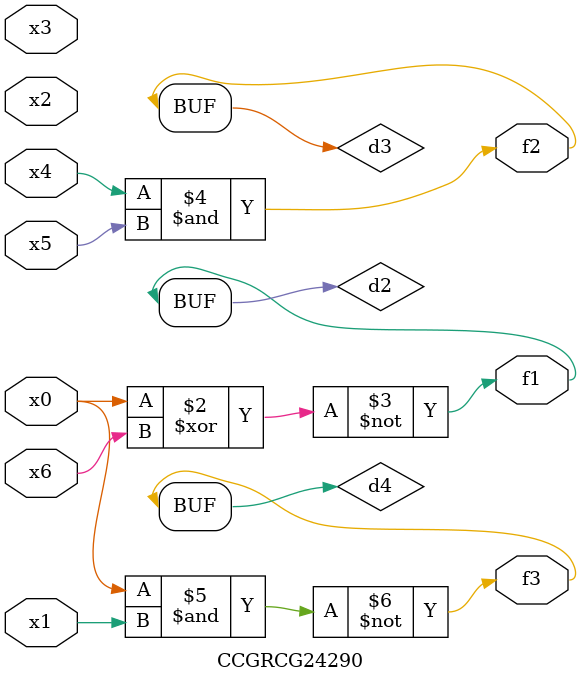
<source format=v>
module CCGRCG24290(
	input x0, x1, x2, x3, x4, x5, x6,
	output f1, f2, f3
);

	wire d1, d2, d3, d4;

	nor (d1, x0);
	xnor (d2, x0, x6);
	and (d3, x4, x5);
	nand (d4, x0, x1);
	assign f1 = d2;
	assign f2 = d3;
	assign f3 = d4;
endmodule

</source>
